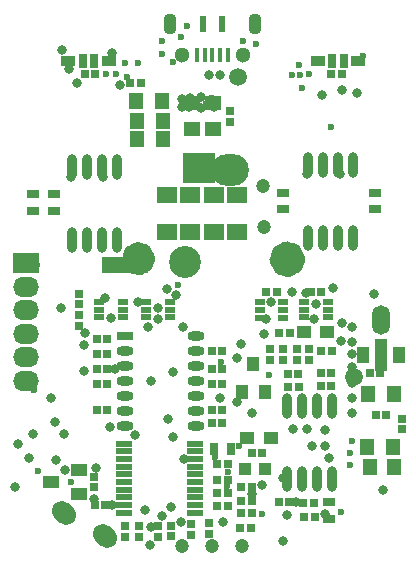
<source format=gts>
%FSLAX25Y25*%
%MOIN*%
G70*
G01*
G75*
G04 Layer_Color=8388736*
%ADD10C,0.00787*%
%ADD11C,0.01181*%
%ADD12C,0.00984*%
%ADD13R,0.01969X0.02362*%
%ADD14R,0.03937X0.03150*%
%ADD15R,0.03150X0.03543*%
%ADD16R,0.02756X0.01575*%
%ADD17R,0.02362X0.01969*%
%ADD18R,0.04724X0.03543*%
%ADD19R,0.03937X0.02756*%
%ADD20R,0.01969X0.03937*%
%ADD21R,0.02362X0.03937*%
%ADD22O,0.07874X0.05906*%
%ADD23R,0.07874X0.05906*%
%ADD24R,0.03937X0.04724*%
%ADD25R,0.03543X0.03937*%
%ADD26R,0.04921X0.02362*%
%ADD27O,0.04921X0.02362*%
%ADD28R,0.04724X0.03937*%
%ADD29R,0.03543X0.02362*%
%ADD30R,0.06299X0.04921*%
%ADD31O,0.02362X0.07874*%
%ADD32R,0.04724X0.01575*%
%ADD33O,0.02362X0.07874*%
%ADD34R,0.03400X0.10000*%
%ADD35R,0.03400X0.05000*%
%ADD36R,0.02362X0.03543*%
G04:AMPARAMS|DCode=37|XSize=59.06mil|YSize=78.74mil|CornerRadius=0mil|HoleSize=0mil|Usage=FLASHONLY|Rotation=45.000|XOffset=0mil|YOffset=0mil|HoleType=Round|Shape=Round|*
%AMOVALD37*
21,1,0.01969,0.05906,0.00000,0.00000,135.0*
1,1,0.05906,0.00696,-0.00696*
1,1,0.05906,-0.00696,0.00696*
%
%ADD37OVALD37*%

%ADD38R,0.01575X0.04921*%
%ADD39R,0.02362X0.05315*%
%ADD40C,0.01969*%
%ADD41C,0.03937*%
%ADD42C,0.05906*%
%ADD43R,0.06717X0.02806*%
%ADD44R,0.15106X0.14091*%
%ADD45R,0.12325X0.05909*%
%ADD46R,0.08728X0.04000*%
%ADD47R,0.07905X0.22706*%
%ADD48R,0.47900X0.06374*%
%ADD49R,0.06200X0.11200*%
%ADD50R,0.02400X0.07447*%
%ADD51R,0.11060X0.04191*%
%ADD52R,0.38700X0.08270*%
%ADD53R,0.31672X0.09600*%
%ADD54C,0.03937*%
%ADD55C,0.09843*%
%ADD56O,0.11811X0.09843*%
%ADD57C,0.05118*%
%ADD58O,0.04331X0.07087*%
%ADD59C,0.02362*%
%ADD60C,0.07874*%
%ADD61R,0.07874X0.07874*%
%ADD62R,0.05906X0.07874*%
%ADD63C,0.04724*%
%ADD64C,0.00197*%
%ADD65C,0.00394*%
%ADD66C,0.00591*%
%ADD67C,0.01969*%
%ADD68C,0.00250*%
%ADD69C,0.00200*%
%ADD70C,0.00500*%
%ADD71C,0.00374*%
%ADD72C,0.00400*%
%ADD73C,0.00800*%
%ADD74R,0.00200X0.00700*%
%ADD75R,0.00300X0.00600*%
%ADD76R,0.00300X0.00500*%
%ADD77O,0.05906X0.09843*%
%ADD78C,0.05906*%
%ADD79R,0.11083X0.10189*%
%ADD80R,0.15688X0.05292*%
%ADD81R,0.02769X0.03162*%
%ADD82R,0.04737X0.03950*%
%ADD83R,0.03950X0.04343*%
%ADD84R,0.03556X0.02375*%
%ADD85R,0.03162X0.02769*%
%ADD86R,0.05524X0.04343*%
%ADD87R,0.04737X0.03556*%
%ADD88R,0.02769X0.04737*%
%ADD89R,0.03162X0.04737*%
%ADD90O,0.08674X0.06706*%
%ADD91R,0.08674X0.06706*%
%ADD92R,0.04737X0.05524*%
%ADD93R,0.04343X0.04737*%
%ADD94R,0.05721X0.03162*%
%ADD95O,0.05721X0.03162*%
%ADD96R,0.05524X0.04737*%
%ADD97R,0.04343X0.03162*%
%ADD98R,0.07099X0.05721*%
%ADD99O,0.03162X0.08674*%
%ADD100R,0.05524X0.02375*%
%ADD101O,0.03162X0.08674*%
%ADD102R,0.04200X0.10800*%
%ADD103R,0.04200X0.05800*%
%ADD104R,0.03162X0.04343*%
G04:AMPARAMS|DCode=105|XSize=67.06mil|YSize=86.74mil|CornerRadius=0mil|HoleSize=0mil|Usage=FLASHONLY|Rotation=45.000|XOffset=0mil|YOffset=0mil|HoleType=Round|Shape=Round|*
%AMOVALD105*
21,1,0.01969,0.06706,0.00000,0.00000,135.0*
1,1,0.06706,0.00696,-0.00696*
1,1,0.06706,-0.00696,0.00696*
%
%ADD105OVALD105*%

%ADD106C,0.04737*%
%ADD107C,0.10642*%
%ADD108O,0.12611X0.10642*%
%ADD109C,0.03162*%
D38*
X5118Y76246D02*
D03*
X2559D02*
D03*
X0D02*
D03*
X-2559D02*
D03*
X-5118D02*
D03*
D39*
X-3150Y86679D02*
D03*
X3150D02*
D03*
D57*
X-10236Y76246D02*
D03*
X10236D02*
D03*
D58*
X-14173Y86679D02*
D03*
X14173D02*
D03*
D59*
X-58500Y6100D02*
D03*
X700Y-57700D02*
D03*
X-59429Y-35433D02*
D03*
X50292Y75787D02*
D03*
X-24400Y62400D02*
D03*
X-28543Y68729D02*
D03*
X-2125Y59974D02*
D03*
X-5572Y60074D02*
D03*
X2800Y-26100D02*
D03*
X-183Y61709D02*
D03*
X-11608Y-426D02*
D03*
X39370Y52165D02*
D03*
X-58200Y-62600D02*
D03*
X8687Y-54168D02*
D03*
X5072Y-62758D02*
D03*
X4937Y-67400D02*
D03*
X-47300Y-66100D02*
D03*
X42800Y-76100D02*
D03*
X46400Y-52400D02*
D03*
X46000Y-56500D02*
D03*
X45700Y-60500D02*
D03*
X18800Y-30471D02*
D03*
X16400Y-76900D02*
D03*
X-35357Y69900D02*
D03*
X-32067Y70000D02*
D03*
X-29000Y73500D02*
D03*
X-24700Y73600D02*
D03*
X-13308Y74000D02*
D03*
X-16700Y76597D02*
D03*
Y80900D02*
D03*
X-8500Y85700D02*
D03*
X-10661Y82200D02*
D03*
X28946Y72900D02*
D03*
X29100Y69410D02*
D03*
X29900Y65032D02*
D03*
X32200Y69800D02*
D03*
X26500Y69400D02*
D03*
X10236Y80700D02*
D03*
X14452Y79800D02*
D03*
D60*
X-23140Y8300D02*
G03*
X-23140Y8300I-1575J0D01*
G01*
X26900Y8100D02*
G03*
X26900Y8100I-1969J0D01*
G01*
D77*
X56120Y-12101D02*
D03*
D78*
X47317Y-31291D02*
D03*
X8617Y69010D02*
D03*
D79*
X-4641Y38395D02*
D03*
D80*
X-29002Y6320D02*
D03*
D81*
X43110Y69882D02*
D03*
X39567D02*
D03*
X-39109D02*
D03*
X-42653D02*
D03*
X9328Y-81400D02*
D03*
X12872D02*
D03*
X16666Y-56334D02*
D03*
X13122D02*
D03*
X5072Y-65500D02*
D03*
X1528D02*
D03*
X25228Y-34378D02*
D03*
X28772D02*
D03*
X-23819Y66929D02*
D03*
X-27362D02*
D03*
X30528Y-77800D02*
D03*
X34072D02*
D03*
X22020Y-72955D02*
D03*
X25563D02*
D03*
X39690Y-22495D02*
D03*
X36147D02*
D03*
X-39292Y-73835D02*
D03*
X-35748D02*
D03*
X1528Y-69700D02*
D03*
X5072D02*
D03*
X1501Y-60199D02*
D03*
X5045D02*
D03*
X54348Y-43798D02*
D03*
X57891D02*
D03*
X52379Y-29806D02*
D03*
X55923D02*
D03*
X5072Y-74100D02*
D03*
X1528D02*
D03*
X22204Y-16326D02*
D03*
X25748D02*
D03*
X28657Y-30300D02*
D03*
X25114D02*
D03*
X36094Y-29806D02*
D03*
X39638D02*
D03*
X30246Y-73012D02*
D03*
X33789D02*
D03*
X36021Y-34100D02*
D03*
X39565D02*
D03*
X13116Y-67771D02*
D03*
X9572D02*
D03*
X9528Y-76500D02*
D03*
X13072D02*
D03*
Y-72500D02*
D03*
X9528D02*
D03*
X17931Y-2953D02*
D03*
X21474D02*
D03*
X32694D02*
D03*
X36238D02*
D03*
X-38656Y-18558D02*
D03*
X-35113D02*
D03*
Y-23480D02*
D03*
X-38656D02*
D03*
Y-33322D02*
D03*
X-35113D02*
D03*
Y-28401D02*
D03*
X-38656D02*
D03*
Y-42180D02*
D03*
X-35113D02*
D03*
X-270D02*
D03*
X3273D02*
D03*
X3272Y-46500D02*
D03*
X-272D02*
D03*
X3273Y-22495D02*
D03*
X-270D02*
D03*
X3273Y-33322D02*
D03*
X-270D02*
D03*
Y-28401D02*
D03*
X3273D02*
D03*
D82*
X19437Y-51400D02*
D03*
X11563D02*
D03*
X30380Y-16091D02*
D03*
X38254D02*
D03*
D83*
X17643Y-61865D02*
D03*
X10950D02*
D03*
D84*
X30537Y-6157D02*
D03*
Y-8716D02*
D03*
Y-11275D02*
D03*
X38411Y-6157D02*
D03*
Y-8716D02*
D03*
Y-11275D02*
D03*
X15765Y-6299D02*
D03*
Y-8858D02*
D03*
Y-11417D02*
D03*
X23639Y-6299D02*
D03*
Y-8858D02*
D03*
Y-11417D02*
D03*
X-22121Y-6157D02*
D03*
Y-8716D02*
D03*
Y-11275D02*
D03*
X-14247Y-6157D02*
D03*
Y-8716D02*
D03*
Y-11275D02*
D03*
X-37869Y-6157D02*
D03*
Y-8716D02*
D03*
Y-11275D02*
D03*
X-29995Y-6157D02*
D03*
Y-8716D02*
D03*
Y-11275D02*
D03*
D85*
X-39373Y-64419D02*
D03*
Y-67962D02*
D03*
X-29100Y-80928D02*
D03*
Y-84472D02*
D03*
X-13900Y-84272D02*
D03*
Y-80728D02*
D03*
X-7100Y-80128D02*
D03*
Y-83672D02*
D03*
X-44645Y-14032D02*
D03*
Y-10489D02*
D03*
X-1300Y-79928D02*
D03*
Y-83472D02*
D03*
X19323Y-21828D02*
D03*
Y-25372D02*
D03*
X32013Y-25448D02*
D03*
Y-21905D02*
D03*
X-18300Y-80828D02*
D03*
Y-84372D02*
D03*
X-24500Y-80928D02*
D03*
Y-84472D02*
D03*
X23423Y-25406D02*
D03*
Y-21862D02*
D03*
X5717Y53968D02*
D03*
Y57512D02*
D03*
X28076Y-21905D02*
D03*
Y-25448D02*
D03*
X-44645Y-6898D02*
D03*
Y-3354D02*
D03*
X63009Y-48523D02*
D03*
Y-44980D02*
D03*
D86*
X-44489Y-70008D02*
D03*
Y-62134D02*
D03*
X-53938Y-66071D02*
D03*
D87*
X35098Y74185D02*
D03*
X48484D02*
D03*
X-48040D02*
D03*
X-34654D02*
D03*
D88*
X39823D02*
D03*
X-43315D02*
D03*
D89*
X43760D02*
D03*
X-39378D02*
D03*
D90*
X-62205Y-24606D02*
D03*
Y-16732D02*
D03*
Y-8858D02*
D03*
Y-984D02*
D03*
Y-32480D02*
D03*
D91*
Y6890D02*
D03*
D92*
X-25521Y60874D02*
D03*
X-16860D02*
D03*
X60409Y-61047D02*
D03*
X52535D02*
D03*
X60253Y-54412D02*
D03*
X51592D02*
D03*
X60450Y-36909D02*
D03*
X51789D02*
D03*
X-25000Y48228D02*
D03*
X-16339D02*
D03*
X-25000Y54134D02*
D03*
X-16339D02*
D03*
D93*
X9694Y-36124D02*
D03*
X17568D02*
D03*
X13631Y-26676D02*
D03*
D94*
X-29196Y-17608D02*
D03*
D95*
Y-22608D02*
D03*
Y-27608D02*
D03*
Y-32608D02*
D03*
Y-37608D02*
D03*
Y-42608D02*
D03*
Y-47608D02*
D03*
X-5574Y-17608D02*
D03*
Y-22608D02*
D03*
Y-27608D02*
D03*
Y-32608D02*
D03*
Y-37608D02*
D03*
Y-42608D02*
D03*
Y-47608D02*
D03*
D96*
X-6780Y51458D02*
D03*
Y60119D02*
D03*
X20D02*
D03*
Y51458D02*
D03*
D97*
X38903Y-72889D02*
D03*
Y-78401D02*
D03*
X54151Y24803D02*
D03*
Y30315D02*
D03*
X23639D02*
D03*
Y24803D02*
D03*
X-59802Y29806D02*
D03*
Y24295D02*
D03*
X-52912D02*
D03*
Y29806D02*
D03*
D98*
X-15292Y17039D02*
D03*
Y29637D02*
D03*
X-7418D02*
D03*
Y17039D02*
D03*
X456D02*
D03*
Y29637D02*
D03*
X8330D02*
D03*
Y17039D02*
D03*
D99*
X31887Y39514D02*
D03*
X46887Y15105D02*
D03*
X36887D02*
D03*
X46887Y39514D02*
D03*
X36887D02*
D03*
X31887Y15105D02*
D03*
X41887D02*
D03*
Y39514D02*
D03*
X-46853Y38875D02*
D03*
X-31853Y14465D02*
D03*
X-41853D02*
D03*
X-31853Y38875D02*
D03*
X-41853D02*
D03*
X-46853Y14465D02*
D03*
X-36853D02*
D03*
Y38875D02*
D03*
D100*
X-29500Y-76394D02*
D03*
X-5877D02*
D03*
X-29500Y-73835D02*
D03*
Y-71276D02*
D03*
Y-68716D02*
D03*
Y-66157D02*
D03*
Y-63598D02*
D03*
Y-61039D02*
D03*
Y-58480D02*
D03*
Y-55921D02*
D03*
Y-53362D02*
D03*
X-5877D02*
D03*
Y-55921D02*
D03*
Y-58480D02*
D03*
Y-61039D02*
D03*
Y-63598D02*
D03*
Y-66157D02*
D03*
Y-68716D02*
D03*
Y-71276D02*
D03*
Y-73835D02*
D03*
D101*
X34817Y-40807D02*
D03*
X34817Y-65216D02*
D03*
X24817D02*
D03*
X29817Y-40807D02*
D03*
X39817Y-40807D02*
D03*
X29817Y-65216D02*
D03*
X39817D02*
D03*
X24817Y-40807D02*
D03*
D102*
X56120Y-23901D02*
D03*
D103*
X62120D02*
D03*
X50120D02*
D03*
D104*
X6029Y-54976D02*
D03*
X517D02*
D03*
D105*
X-35800Y-84100D02*
D03*
X-49600Y-76500D02*
D03*
D106*
X-10000Y-87598D02*
D03*
X0D02*
D03*
X10000D02*
D03*
X16749Y32400D02*
D03*
X17100Y18711D02*
D03*
D107*
X-9000Y7200D02*
D03*
D108*
X5900Y38000D02*
D03*
D109*
X23622Y-85700D02*
D03*
X-45024Y67026D02*
D03*
X-49069Y-62100D02*
D03*
X57000Y-68700D02*
D03*
X-38893Y-61500D02*
D03*
X-33500Y-73835D02*
D03*
X24700Y-77000D02*
D03*
X-20600Y-81100D02*
D03*
X-22500Y-75500D02*
D03*
X-16900Y-77400D02*
D03*
X-13745Y-74600D02*
D03*
X38900Y-58200D02*
D03*
X8092Y-39500D02*
D03*
X-14800Y-45200D02*
D03*
X-9600Y-58400D02*
D03*
X-20900Y-87100D02*
D03*
X-49333Y-50251D02*
D03*
X-52300Y-58700D02*
D03*
X-25739Y-50428D02*
D03*
X-52500Y-46300D02*
D03*
X-50500Y-8300D02*
D03*
X3400Y-79500D02*
D03*
X-61024Y-58071D02*
D03*
X-59802Y-50039D02*
D03*
X-65945Y-67957D02*
D03*
X48228Y63492D02*
D03*
X43307Y64591D02*
D03*
X36417Y62992D02*
D03*
X23622Y-64960D02*
D03*
X-64883Y-53362D02*
D03*
X-33465Y76772D02*
D03*
X-50197Y77756D02*
D03*
X-47825Y71582D02*
D03*
X53700Y-3400D02*
D03*
X8200Y-24900D02*
D03*
X9392Y-20026D02*
D03*
X-9808Y-14626D02*
D03*
X-12174Y-3802D02*
D03*
X33017Y-54090D02*
D03*
X37517D02*
D03*
X37417Y-48891D02*
D03*
X31417Y-48491D02*
D03*
X43017Y-13191D02*
D03*
X46417Y-19390D02*
D03*
X46517Y-14390D02*
D03*
X46417Y-43165D02*
D03*
Y-38091D02*
D03*
X46517Y-33291D02*
D03*
Y-27891D02*
D03*
Y-23491D02*
D03*
X-42683Y-20491D02*
D03*
X-42583Y-16590D02*
D03*
X-42983Y-29091D02*
D03*
X417Y58810D02*
D03*
X-7683Y58909D02*
D03*
X13313Y-43200D02*
D03*
X-13308Y-29626D02*
D03*
X2486Y-38243D02*
D03*
X33982Y-11669D02*
D03*
X-18184Y-11669D02*
D03*
X16617Y-67090D02*
D03*
X13117Y-70191D02*
D03*
X-33883Y-11491D02*
D03*
X-34283Y-47691D02*
D03*
X42717Y-19290D02*
D03*
X26717Y-48312D02*
D03*
X2617Y69410D02*
D03*
X-1083D02*
D03*
X26592Y-2953D02*
D03*
X34466Y-6890D02*
D03*
X42340Y36417D02*
D03*
X31513D02*
D03*
X-36400Y35433D02*
D03*
X-47227D02*
D03*
X-3783Y62110D02*
D03*
X-3708Y58574D02*
D03*
X-10283Y61510D02*
D03*
X-10183Y59009D02*
D03*
X-7643Y61709D02*
D03*
X40092Y-1426D02*
D03*
X-21583Y-14591D02*
D03*
X-24800Y-6157D02*
D03*
X17917Y-11691D02*
D03*
X-35883Y-4762D02*
D03*
X-18000Y-8091D02*
D03*
X-30700Y66100D02*
D03*
X19517Y-6091D02*
D03*
X31117Y-2991D02*
D03*
X-15000Y-1700D02*
D03*
X17100Y-16900D02*
D03*
X-20400Y-32600D02*
D03*
X-32618Y-28401D02*
D03*
X27876Y-72955D02*
D03*
X-10500Y-79600D02*
D03*
X-53900Y-38091D02*
D03*
X-39454Y-71700D02*
D03*
X37500Y-76659D02*
D03*
X-13100Y-51300D02*
D03*
M02*

</source>
